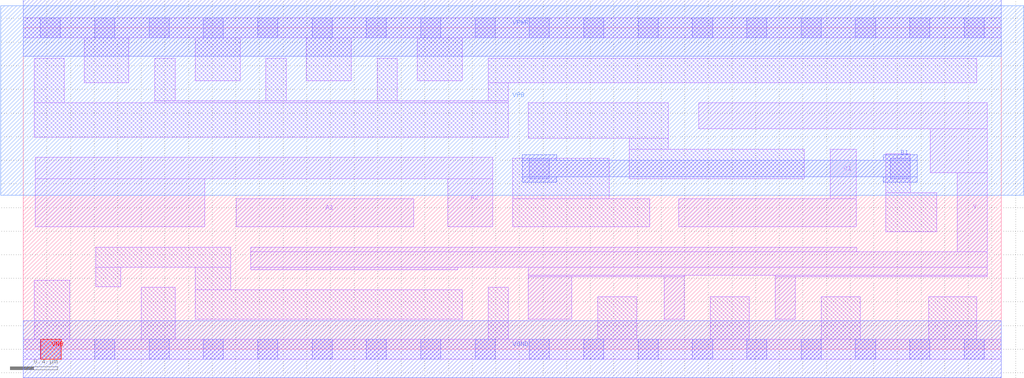
<source format=lef>
# Copyright 2020 The SkyWater PDK Authors
#
# Licensed under the Apache License, Version 2.0 (the "License");
# you may not use this file except in compliance with the License.
# You may obtain a copy of the License at
#
#     https://www.apache.org/licenses/LICENSE-2.0
#
# Unless required by applicable law or agreed to in writing, software
# distributed under the License is distributed on an "AS IS" BASIS,
# WITHOUT WARRANTIES OR CONDITIONS OF ANY KIND, either express or implied.
# See the License for the specific language governing permissions and
# limitations under the License.
#
# SPDX-License-Identifier: Apache-2.0

VERSION 5.7 ;
  NOWIREEXTENSIONATPIN ON ;
  DIVIDERCHAR "/" ;
  BUSBITCHARS "[]" ;
PROPERTYDEFINITIONS
  MACRO maskLayoutSubType STRING ;
  MACRO prCellType STRING ;
  MACRO originalViewName STRING ;
END PROPERTYDEFINITIONS
MACRO sky130_fd_sc_hdll__a211oi_4
  CLASS CORE ;
  FOREIGN sky130_fd_sc_hdll__a211oi_4 ;
  ORIGIN  0.000000  0.000000 ;
  SIZE  8.280000 BY  2.720000 ;
  SYMMETRY X Y R90 ;
  SITE unithd ;
  PIN A1
    ANTENNAGATEAREA  1.110000 ;
    DIRECTION INPUT ;
    USE SIGNAL ;
    PORT
      LAYER li1 ;
        RECT 1.805000 1.035000 3.305000 1.275000 ;
    END
  END A1
  PIN A2
    ANTENNAGATEAREA  1.110000 ;
    DIRECTION INPUT ;
    USE SIGNAL ;
    PORT
      LAYER li1 ;
        RECT 0.100000 1.035000 1.535000 1.445000 ;
        RECT 0.100000 1.445000 3.975000 1.625000 ;
        RECT 3.595000 1.035000 3.975000 1.445000 ;
    END
  END A2
  PIN B1
    ANTENNAGATEAREA  1.110000 ;
    DIRECTION INPUT ;
    USE SIGNAL ;
    PORT
      LAYER met1 ;
        RECT 4.225000 1.415000 4.515000 1.460000 ;
        RECT 4.225000 1.460000 7.570000 1.600000 ;
        RECT 4.225000 1.600000 4.515000 1.645000 ;
        RECT 7.280000 1.415000 7.570000 1.460000 ;
        RECT 7.280000 1.600000 7.570000 1.645000 ;
    END
  END B1
  PIN C1
    ANTENNAGATEAREA  1.110000 ;
    DIRECTION INPUT ;
    USE SIGNAL ;
    PORT
      LAYER li1 ;
        RECT 5.550000 1.035000 7.050000 1.275000 ;
        RECT 6.830000 1.275000 7.050000 1.695000 ;
    END
  END C1
  PIN VGND
    ANTENNADIFFAREA  1.404000 ;
    DIRECTION INOUT ;
    USE SIGNAL ;
    PORT
      LAYER met1 ;
        RECT 0.000000 -0.240000 8.280000 0.240000 ;
    END
  END VGND
  PIN VNB
    PORT
      LAYER pwell ;
        RECT 0.150000 -0.085000 0.320000 0.085000 ;
    END
  END VNB
  PIN VPB
    PORT
      LAYER nwell ;
        RECT -0.190000 1.305000 8.470000 2.910000 ;
    END
  END VPB
  PIN VPWR
    ANTENNADIFFAREA  1.160000 ;
    DIRECTION INOUT ;
    USE SIGNAL ;
    PORT
      LAYER met1 ;
        RECT 0.000000 2.480000 8.280000 2.960000 ;
    END
  END VPWR
  PIN Y
    ANTENNADIFFAREA  1.985000 ;
    DIRECTION OUTPUT ;
    USE SIGNAL ;
    PORT
      LAYER li1 ;
        RECT 1.925000 0.675000 3.680000 0.695000 ;
        RECT 1.925000 0.695000 8.160000 0.825000 ;
        RECT 1.925000 0.825000 7.055000 0.865000 ;
        RECT 4.275000 0.255000 4.645000 0.615000 ;
        RECT 4.275000 0.615000 5.595000 0.625000 ;
        RECT 4.275000 0.625000 8.160000 0.695000 ;
        RECT 5.425000 0.255000 5.595000 0.615000 ;
        RECT 5.720000 1.865000 8.160000 2.085000 ;
        RECT 6.365000 0.255000 6.535000 0.615000 ;
        RECT 6.365000 0.615000 8.160000 0.625000 ;
        RECT 7.680000 1.495000 8.160000 1.865000 ;
        RECT 7.905000 0.825000 8.160000 1.495000 ;
    END
  END Y
  OBS
    LAYER li1 ;
      RECT 0.000000 -0.085000 8.280000 0.085000 ;
      RECT 0.000000  2.635000 8.280000 2.805000 ;
      RECT 0.095000  0.085000 0.395000 0.585000 ;
      RECT 0.095000  1.795000 4.105000 2.085000 ;
      RECT 0.095000  2.085000 0.345000 2.465000 ;
      RECT 0.515000  2.255000 0.895000 2.635000 ;
      RECT 0.615000  0.530000 0.825000 0.695000 ;
      RECT 0.615000  0.695000 1.755000 0.865000 ;
      RECT 1.000000  0.085000 1.285000 0.525000 ;
      RECT 1.115000  2.085000 4.105000 2.105000 ;
      RECT 1.115000  2.105000 1.285000 2.465000 ;
      RECT 1.455000  0.255000 3.715000 0.505000 ;
      RECT 1.455000  0.505000 1.755000 0.695000 ;
      RECT 1.455000  2.275000 1.835000 2.635000 ;
      RECT 2.055000  2.105000 2.225000 2.465000 ;
      RECT 2.395000  2.275000 2.775000 2.635000 ;
      RECT 2.995000  2.105000 3.165000 2.465000 ;
      RECT 3.335000  2.275000 3.715000 2.635000 ;
      RECT 3.935000  0.085000 4.105000 0.525000 ;
      RECT 3.935000  2.105000 4.105000 2.255000 ;
      RECT 3.935000  2.255000 8.070000 2.465000 ;
      RECT 4.145000  1.035000 5.305000 1.275000 ;
      RECT 4.145000  1.275000 4.960000 1.615000 ;
      RECT 4.275000  1.785000 5.460000 2.085000 ;
      RECT 4.865000  0.085000 5.195000 0.445000 ;
      RECT 5.130000  1.445000 6.610000 1.695000 ;
      RECT 5.130000  1.695000 5.460000 1.785000 ;
      RECT 5.815000  0.085000 6.145000 0.445000 ;
      RECT 6.755000  0.085000 7.085000 0.445000 ;
      RECT 7.300000  0.995000 7.735000 1.325000 ;
      RECT 7.300000  1.325000 7.510000 1.655000 ;
      RECT 7.665000  0.085000 8.070000 0.445000 ;
    LAYER mcon ;
      RECT 0.145000 -0.085000 0.315000 0.085000 ;
      RECT 0.145000  2.635000 0.315000 2.805000 ;
      RECT 0.605000 -0.085000 0.775000 0.085000 ;
      RECT 0.605000  2.635000 0.775000 2.805000 ;
      RECT 1.065000 -0.085000 1.235000 0.085000 ;
      RECT 1.065000  2.635000 1.235000 2.805000 ;
      RECT 1.525000 -0.085000 1.695000 0.085000 ;
      RECT 1.525000  2.635000 1.695000 2.805000 ;
      RECT 1.985000 -0.085000 2.155000 0.085000 ;
      RECT 1.985000  2.635000 2.155000 2.805000 ;
      RECT 2.445000 -0.085000 2.615000 0.085000 ;
      RECT 2.445000  2.635000 2.615000 2.805000 ;
      RECT 2.905000 -0.085000 3.075000 0.085000 ;
      RECT 2.905000  2.635000 3.075000 2.805000 ;
      RECT 3.365000 -0.085000 3.535000 0.085000 ;
      RECT 3.365000  2.635000 3.535000 2.805000 ;
      RECT 3.825000 -0.085000 3.995000 0.085000 ;
      RECT 3.825000  2.635000 3.995000 2.805000 ;
      RECT 4.285000 -0.085000 4.455000 0.085000 ;
      RECT 4.285000  1.445000 4.455000 1.615000 ;
      RECT 4.285000  2.635000 4.455000 2.805000 ;
      RECT 4.745000 -0.085000 4.915000 0.085000 ;
      RECT 4.745000  2.635000 4.915000 2.805000 ;
      RECT 5.205000 -0.085000 5.375000 0.085000 ;
      RECT 5.205000  2.635000 5.375000 2.805000 ;
      RECT 5.665000 -0.085000 5.835000 0.085000 ;
      RECT 5.665000  2.635000 5.835000 2.805000 ;
      RECT 6.125000 -0.085000 6.295000 0.085000 ;
      RECT 6.125000  2.635000 6.295000 2.805000 ;
      RECT 6.585000 -0.085000 6.755000 0.085000 ;
      RECT 6.585000  2.635000 6.755000 2.805000 ;
      RECT 7.045000 -0.085000 7.215000 0.085000 ;
      RECT 7.045000  2.635000 7.215000 2.805000 ;
      RECT 7.340000  1.445000 7.510000 1.615000 ;
      RECT 7.505000 -0.085000 7.675000 0.085000 ;
      RECT 7.505000  2.635000 7.675000 2.805000 ;
      RECT 7.965000 -0.085000 8.135000 0.085000 ;
      RECT 7.965000  2.635000 8.135000 2.805000 ;
  END
  PROPERTY maskLayoutSubType "abstract" ;
  PROPERTY prCellType "standard" ;
  PROPERTY originalViewName "layout" ;
END sky130_fd_sc_hdll__a211oi_4
END LIBRARY

</source>
